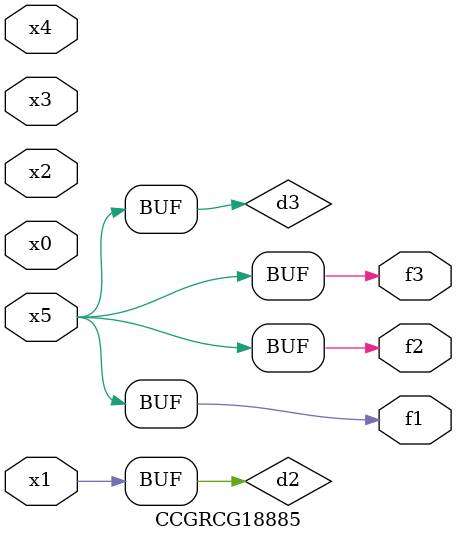
<source format=v>
module CCGRCG18885(
	input x0, x1, x2, x3, x4, x5,
	output f1, f2, f3
);

	wire d1, d2, d3;

	not (d1, x5);
	or (d2, x1);
	xnor (d3, d1);
	assign f1 = d3;
	assign f2 = d3;
	assign f3 = d3;
endmodule

</source>
